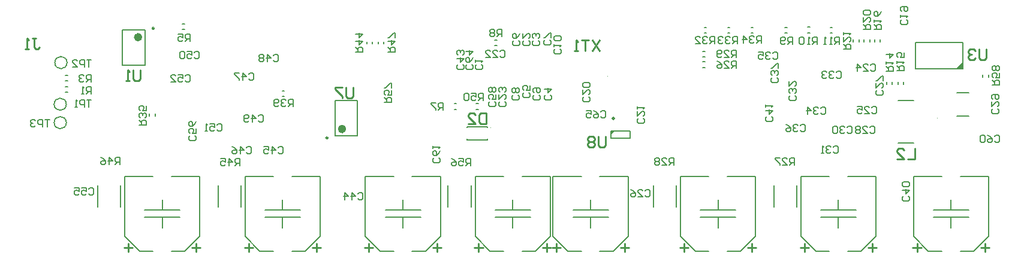
<source format=gbr>
%TF.GenerationSoftware,Altium Limited,Altium Designer,18.1.7 (191)*%
G04 Layer_Color=32896*
%FSLAX25Y25*%
%MOIN*%
%TF.FileFunction,Legend,Bot*%
%TF.Part,Single*%
G01*
G75*
%TA.AperFunction,NonConductor*%
%ADD71C,0.00394*%
%ADD72C,0.00984*%
%ADD73C,0.02362*%
%ADD74C,0.00500*%
%ADD75C,0.00787*%
%ADD76C,0.01000*%
%ADD77C,0.00600*%
%ADD78C,0.01968*%
%ADD79C,0.00598*%
%ADD80C,0.00591*%
G36*
X334043Y120898D02*
Y118689D01*
X336252Y120898D01*
X334043D01*
D02*
G37*
G36*
X529724Y155709D02*
Y159646D01*
X525787Y155709D01*
X529724D01*
D02*
G37*
D71*
X515503Y128102D02*
G03*
X515503Y128102I-197J0D01*
G01*
X267323Y122835D02*
G03*
X267323Y122835I-197J0D01*
G01*
X332283Y151378D02*
G03*
X332283Y151378I-197J0D01*
G01*
D72*
X176772Y117106D02*
G03*
X176772Y117106I-492J0D01*
G01*
X80118Y178169D02*
G03*
X80118Y178169I-492J0D01*
G01*
D73*
X185827Y122047D02*
G03*
X185827Y122047I-1181J0D01*
G01*
X72441Y173228D02*
G03*
X72441Y173228I-1181J0D01*
G01*
D74*
X31353Y135827D02*
G03*
X31353Y135827I-3400J0D01*
G01*
X31747Y159055D02*
G03*
X31747Y159055I-3400J0D01*
G01*
X31353Y125591D02*
G03*
X31353Y125591I-3400J0D01*
G01*
X334043Y116898D02*
Y120898D01*
Y116898D02*
X344673Y116898D01*
Y120898D01*
X334043Y120898D02*
X344673Y120898D01*
X385227Y165380D02*
X386427D01*
X385227Y162180D02*
X386427D01*
X385227Y159474D02*
X386427D01*
X385227Y156274D02*
X386427D01*
X198400Y169479D02*
Y170679D01*
X201600Y169479D02*
Y170679D01*
X204699Y169479D02*
Y170679D01*
X207899Y169479D02*
Y170679D01*
X80734Y129321D02*
Y130521D01*
X77534Y129321D02*
Y130521D01*
X496875Y147038D02*
Y148238D01*
X493676Y147038D02*
Y148238D01*
X490576Y147038D02*
Y148238D01*
X487376Y147038D02*
Y148238D01*
X483883Y170660D02*
Y171860D01*
X480683Y170660D02*
Y171860D01*
X474778Y170660D02*
Y171860D01*
X477978Y170660D02*
Y171860D01*
X468872Y170660D02*
Y171860D01*
X472072Y170660D02*
Y171860D01*
X456093Y175565D02*
X457293D01*
X456093Y178765D02*
X457293D01*
X443495Y175654D02*
X444695D01*
X443495Y178853D02*
X444695D01*
X430896Y175565D02*
X432096D01*
X430896Y178765D02*
X432096D01*
X411998Y178765D02*
X413198D01*
X411998Y175566D02*
X413198D01*
X399006Y178765D02*
X400206D01*
X399006Y175565D02*
X400206D01*
X386014Y178765D02*
X387214D01*
X386014Y175566D02*
X387214D01*
X269479Y171679D02*
X270679D01*
X269479Y168479D02*
X270679D01*
X259243Y136246D02*
X260443D01*
X259243Y133045D02*
X260443D01*
X247038Y136246D02*
X248238D01*
X247038Y133046D02*
X248238D01*
X151368Y140132D02*
X152568D01*
X151368Y143332D02*
X152568D01*
X30896Y145694D02*
X32096D01*
X30896Y142494D02*
X32096D01*
X30896Y151994D02*
X32096D01*
X30896Y148794D02*
X32096D01*
X95857Y180734D02*
X97057D01*
X95857Y177534D02*
X97057D01*
X544120Y150975D02*
Y152175D01*
X540920Y150975D02*
Y152175D01*
D75*
X526575Y129331D02*
X533268D01*
X526575Y142323D02*
X533268D01*
X503346Y155709D02*
X529724D01*
X503346D02*
Y170276D01*
X529724D01*
Y155709D02*
Y170276D01*
X437500Y78740D02*
Y90551D01*
X424705Y78740D02*
Y90551D01*
X370571Y78740D02*
Y90551D01*
X357775Y78740D02*
Y90551D01*
X256398Y78740D02*
Y90551D01*
X243602Y78740D02*
Y90551D01*
X254134Y115945D02*
Y116535D01*
X265551Y115945D02*
Y116535D01*
X254134Y122835D02*
Y123425D01*
X265551Y122835D02*
Y123425D01*
X254134Y115945D02*
X265551D01*
X254134Y123425D02*
X265551D01*
X180709Y118110D02*
Y137795D01*
X193307Y118110D02*
Y137795D01*
X180709Y118110D02*
X193307D01*
X180709Y137795D02*
X193307D01*
X128445Y78740D02*
Y90551D01*
X115649Y78740D02*
Y90551D01*
X493701Y114134D02*
X502362D01*
X493701Y137835D02*
X502362D01*
X61516Y78740D02*
Y90551D01*
X48720Y78740D02*
Y90551D01*
X62598Y157480D02*
X75197D01*
Y177165D01*
X62598Y157480D02*
Y177165D01*
X75197D01*
D76*
X410236Y55905D02*
X414960D01*
X412598Y53543D02*
Y58268D01*
X374803Y53543D02*
Y58268D01*
X372441Y55905D02*
X377165D01*
X168110D02*
X172835D01*
X170472Y53543D02*
Y58268D01*
X132677Y53543D02*
Y58268D01*
X130315Y55905D02*
X135039D01*
X539764Y55906D02*
X544488D01*
X542126Y53543D02*
Y58268D01*
X504331Y53543D02*
Y58268D01*
X501968Y55906D02*
X506693D01*
X296063Y55905D02*
X300787D01*
X298425Y53543D02*
Y58268D01*
X260630Y53543D02*
Y58268D01*
X258268Y55905D02*
X262992D01*
X339370D02*
X344094D01*
X341732Y53543D02*
Y58268D01*
X303937Y53543D02*
Y58268D01*
X301575Y55905D02*
X306299D01*
X477165D02*
X481890D01*
X479528Y53543D02*
Y58268D01*
X441732Y53543D02*
Y58268D01*
X439370Y55905D02*
X444095D01*
X235039D02*
X239764D01*
X237401Y53543D02*
Y58268D01*
X199606Y53543D02*
Y58268D01*
X197244Y55905D02*
X201968D01*
X101181D02*
X105905D01*
X103543Y53543D02*
Y58268D01*
X65748Y53543D02*
Y58268D01*
X63386Y55905D02*
X68110D01*
X331102Y117809D02*
Y112811D01*
X330103Y111811D01*
X328103D01*
X327104Y112811D01*
Y117809D01*
X325104Y116809D02*
X324105Y117809D01*
X322105D01*
X321106Y116809D01*
Y115810D01*
X322105Y114810D01*
X321106Y113810D01*
Y112811D01*
X322105Y111811D01*
X324105D01*
X325104Y112811D01*
Y113810D01*
X324105Y114810D01*
X325104Y115810D01*
Y116809D01*
X324105Y114810D02*
X322105D01*
X72441Y154817D02*
Y149819D01*
X71441Y148819D01*
X69442D01*
X68442Y149819D01*
Y154817D01*
X66443Y148819D02*
X64443D01*
X65443D01*
Y154817D01*
X66443Y153817D01*
X327953Y171746D02*
X323954Y165748D01*
Y171746D02*
X327953Y165748D01*
X321955Y171746D02*
X317956D01*
X319955D01*
Y165748D01*
X315957D02*
X313957D01*
X314957D01*
Y171746D01*
X315957Y170746D01*
X190945Y145368D02*
Y140370D01*
X189945Y139370D01*
X187946D01*
X186946Y140370D01*
Y145368D01*
X184947D02*
X180948D01*
Y144369D01*
X184947Y140370D01*
Y139370D01*
X542913Y166628D02*
Y161630D01*
X541914Y160630D01*
X539914D01*
X538915Y161630D01*
Y166628D01*
X536915Y165628D02*
X535916Y166628D01*
X533916D01*
X532917Y165628D01*
Y164629D01*
X533916Y163629D01*
X534916D01*
X533916D01*
X532917Y162629D01*
Y161630D01*
X533916Y160630D01*
X535916D01*
X536915Y161630D01*
X503150Y111116D02*
Y105118D01*
X499151D01*
X493153D02*
X497152D01*
X493153Y109117D01*
Y110117D01*
X494152Y111116D01*
X496152D01*
X497152Y110117D01*
X12537Y172534D02*
X14536D01*
X13536D01*
Y167535D01*
X14536Y166535D01*
X15536D01*
X16535Y167535D01*
X10537Y166535D02*
X8538D01*
X9538D01*
Y172534D01*
X10537Y171534D01*
X264961Y130882D02*
Y124883D01*
X261962D01*
X260962Y125883D01*
Y129882D01*
X261962Y130882D01*
X264961D01*
X254964Y124883D02*
X258963D01*
X254964Y128882D01*
Y129882D01*
X255963Y130882D01*
X257963D01*
X258963Y129882D01*
D77*
X372834Y62205D02*
X381102Y53937D01*
X372834Y62205D02*
Y95669D01*
X406299Y53937D02*
X414567Y62205D01*
Y95669D01*
X372834D02*
X388582D01*
X381102Y53937D02*
X388582D01*
X398819Y95669D02*
X414567D01*
X398819Y53937D02*
X406299D01*
X383858Y76772D02*
X403543D01*
X383858Y72835D02*
X403543D01*
X393701Y66929D02*
Y72835D01*
Y76772D02*
Y82677D01*
X130709Y62205D02*
X138976Y53937D01*
X130709Y62205D02*
Y95669D01*
X164173Y53937D02*
X172441Y62205D01*
Y95669D01*
X130709D02*
X146457D01*
X138976Y53937D02*
X146457D01*
X156693Y95669D02*
X172441D01*
X156693Y53937D02*
X164173D01*
X141732Y76772D02*
X161417D01*
X141732Y72835D02*
X161417D01*
X151575Y66929D02*
Y72835D01*
Y76772D02*
Y82677D01*
X502362Y62205D02*
X510630Y53937D01*
X502362Y62205D02*
Y95669D01*
X535827Y53937D02*
X544095Y62205D01*
Y95669D01*
X502362D02*
X518110D01*
X510630Y53937D02*
X518110D01*
X528346Y95669D02*
X544095D01*
X528346Y53937D02*
X535827D01*
X513386Y76772D02*
X533071D01*
X513386Y72835D02*
X533071D01*
X523228Y66929D02*
Y72835D01*
Y76772D02*
Y82677D01*
X258661Y62205D02*
X266929Y53937D01*
X258661Y62205D02*
Y95669D01*
X292126Y53937D02*
X300394Y62205D01*
Y95669D01*
X258661D02*
X274409D01*
X266929Y53937D02*
X274409D01*
X284646Y95669D02*
X300394D01*
X284646Y53937D02*
X292126D01*
X269685Y76772D02*
X289370D01*
X269685Y72835D02*
X289370D01*
X279527Y66929D02*
Y72835D01*
Y76772D02*
Y82677D01*
X301969Y62205D02*
X310236Y53937D01*
X301969Y62205D02*
Y95669D01*
X335433Y53937D02*
X343701Y62205D01*
Y95669D01*
X301969D02*
X317717D01*
X310236Y53937D02*
X317717D01*
X327953Y95669D02*
X343701D01*
X327953Y53937D02*
X335433D01*
X312992Y76772D02*
X332677D01*
X312992Y72835D02*
X332677D01*
X322834Y66929D02*
Y72835D01*
Y76772D02*
Y82677D01*
X439764Y62205D02*
X448032Y53937D01*
X439764Y62205D02*
Y95669D01*
X473228Y53937D02*
X481496Y62205D01*
Y95669D01*
X439764D02*
X455512D01*
X448032Y53937D02*
X455512D01*
X465748Y95669D02*
X481496D01*
X465748Y53937D02*
X473228D01*
X450787Y76772D02*
X470472D01*
X450787Y72835D02*
X470472D01*
X460630Y66929D02*
Y72835D01*
Y76772D02*
Y82677D01*
X197638Y62205D02*
X205905Y53937D01*
X197638Y62205D02*
Y95669D01*
X231102Y53937D02*
X239370Y62205D01*
Y95669D01*
X197638D02*
X213386D01*
X205905Y53937D02*
X213386D01*
X223622Y95669D02*
X239370D01*
X223622Y53937D02*
X231102D01*
X208661Y76772D02*
X228346D01*
X208661Y72835D02*
X228346D01*
X218504Y66929D02*
Y72835D01*
Y76772D02*
Y82677D01*
X63779Y62205D02*
X72047Y53937D01*
X63779Y62205D02*
Y95669D01*
X97244Y53937D02*
X105512Y62205D01*
Y95669D01*
X63779D02*
X79527D01*
X72047Y53937D02*
X79527D01*
X89764Y95669D02*
X105512D01*
X89764Y53937D02*
X97244D01*
X74803Y76772D02*
X94488D01*
X74803Y72835D02*
X94488D01*
X84645Y66929D02*
Y72835D01*
Y76772D02*
Y82677D01*
X547334Y117899D02*
X548001Y118566D01*
X549334D01*
X550000Y117899D01*
Y115233D01*
X549334Y114567D01*
X548001D01*
X547334Y115233D01*
X543335Y118566D02*
X544668Y117899D01*
X546001Y116566D01*
Y115233D01*
X545335Y114567D01*
X544002D01*
X543335Y115233D01*
Y115900D01*
X544002Y116566D01*
X546001D01*
X542003Y117899D02*
X541336Y118566D01*
X540003D01*
X539337Y117899D01*
Y115233D01*
X540003Y114567D01*
X541336D01*
X542003Y115233D01*
Y117899D01*
X498608Y182981D02*
X499274Y182314D01*
Y180981D01*
X498608Y180315D01*
X495942D01*
X495276Y180981D01*
Y182314D01*
X495942Y182981D01*
X495276Y184314D02*
Y185647D01*
Y184980D01*
X499274D01*
X498608Y184314D01*
X495942Y187646D02*
X495276Y188312D01*
Y189645D01*
X495942Y190312D01*
X498608D01*
X499274Y189645D01*
Y188312D01*
X498608Y187646D01*
X497941D01*
X497275Y188312D01*
Y190312D01*
X328437Y131679D02*
X329103Y132345D01*
X330436D01*
X331102Y131679D01*
Y129013D01*
X330436Y128347D01*
X329103D01*
X328437Y129013D01*
X324438Y132345D02*
X325771Y131679D01*
X327104Y130346D01*
Y129013D01*
X326437Y128347D01*
X325104D01*
X324438Y129013D01*
Y129679D01*
X325104Y130346D01*
X327104D01*
X320439Y132345D02*
X323105D01*
Y130346D01*
X321772Y131012D01*
X321106D01*
X320439Y130346D01*
Y129013D01*
X321106Y128347D01*
X322439D01*
X323105Y129013D01*
X256299Y101575D02*
Y105573D01*
X254300D01*
X253633Y104907D01*
Y103574D01*
X254300Y102908D01*
X256299D01*
X254966D02*
X253633Y101575D01*
X249635Y105573D02*
X252301D01*
Y103574D01*
X250968Y104241D01*
X250301D01*
X249635Y103574D01*
Y102241D01*
X250301Y101575D01*
X251634D01*
X252301Y102241D01*
X245636Y105573D02*
X246969Y104907D01*
X248302Y103574D01*
Y102241D01*
X247635Y101575D01*
X246302D01*
X245636Y102241D01*
Y102908D01*
X246302Y103574D01*
X248302D01*
X262992Y137795D02*
Y141794D01*
X260993D01*
X260326Y141128D01*
Y139795D01*
X260993Y139128D01*
X262992D01*
X261659D02*
X260326Y137795D01*
X256328Y141794D02*
X258993D01*
Y139795D01*
X257661Y140461D01*
X256994D01*
X256328Y139795D01*
Y138462D01*
X256994Y137795D01*
X258327D01*
X258993Y138462D01*
X254995Y141128D02*
X254328Y141794D01*
X252995D01*
X252329Y141128D01*
Y138462D01*
X252995Y137795D01*
X254328D01*
X254995Y138462D01*
Y141128D01*
X369291Y101969D02*
Y105967D01*
X367292D01*
X366625Y105301D01*
Y103968D01*
X367292Y103301D01*
X369291D01*
X367958D02*
X366625Y101969D01*
X362627D02*
X365293D01*
X362627Y104634D01*
Y105301D01*
X363293Y105967D01*
X364626D01*
X365293Y105301D01*
X361294D02*
X360628Y105967D01*
X359295D01*
X358628Y105301D01*
Y104634D01*
X359295Y103968D01*
X358628Y103301D01*
Y102635D01*
X359295Y101969D01*
X360628D01*
X361294Y102635D01*
Y103301D01*
X360628Y103968D01*
X361294Y104634D01*
Y105301D01*
X360628Y103968D02*
X359295D01*
X436221Y101969D02*
Y105967D01*
X434221D01*
X433555Y105301D01*
Y103968D01*
X434221Y103301D01*
X436221D01*
X434888D02*
X433555Y101969D01*
X429556D02*
X432222D01*
X429556Y104634D01*
Y105301D01*
X430222Y105967D01*
X431555D01*
X432222Y105301D01*
X428223Y105967D02*
X425557D01*
Y105301D01*
X428223Y102635D01*
Y101969D01*
X463386Y166535D02*
X467384D01*
Y168535D01*
X466718Y169201D01*
X465385D01*
X464719Y168535D01*
Y166535D01*
Y167868D02*
X463386Y169201D01*
Y173200D02*
Y170534D01*
X466052Y173200D01*
X466718D01*
X467384Y172534D01*
Y171201D01*
X466718Y170534D01*
X463386Y174533D02*
Y175866D01*
Y175199D01*
X467384D01*
X466718Y174533D01*
X474409Y177559D02*
X478408D01*
Y179558D01*
X477742Y180225D01*
X476409D01*
X475742Y179558D01*
Y177559D01*
Y178892D02*
X474409Y180225D01*
Y184224D02*
Y181558D01*
X477075Y184224D01*
X477742D01*
X478408Y183557D01*
Y182224D01*
X477742Y181558D01*
Y185556D02*
X478408Y186223D01*
Y187556D01*
X477742Y188222D01*
X475076D01*
X474409Y187556D01*
Y186223D01*
X475076Y185556D01*
X477742D01*
X480315Y177559D02*
X484314D01*
Y179558D01*
X483647Y180225D01*
X482314D01*
X481648Y179558D01*
Y177559D01*
Y178892D02*
X480315Y180225D01*
Y181558D02*
Y182891D01*
Y182224D01*
X484314D01*
X483647Y181558D01*
X484314Y187556D02*
X483647Y186223D01*
X482314Y184890D01*
X480981D01*
X480315Y185556D01*
Y186889D01*
X480981Y187556D01*
X481648D01*
X482314Y186889D01*
Y184890D01*
X493307Y154724D02*
X497306D01*
Y156724D01*
X496639Y157390D01*
X495306D01*
X494640Y156724D01*
Y154724D01*
Y156057D02*
X493307Y157390D01*
Y158723D02*
Y160056D01*
Y159390D01*
X497306D01*
X496639Y158723D01*
X497306Y164721D02*
Y162055D01*
X495306D01*
X495973Y163388D01*
Y164055D01*
X495306Y164721D01*
X493973D01*
X493307Y164055D01*
Y162722D01*
X493973Y162055D01*
X487008Y154331D02*
X491007D01*
Y156330D01*
X490340Y156997D01*
X489007D01*
X488341Y156330D01*
Y154331D01*
Y155664D02*
X487008Y156997D01*
Y158329D02*
Y159662D01*
Y158996D01*
X491007D01*
X490340Y158329D01*
X487008Y163661D02*
X491007D01*
X489007Y161662D01*
Y164328D01*
X461024Y169291D02*
Y173290D01*
X459024D01*
X458358Y172624D01*
Y171291D01*
X459024Y170624D01*
X461024D01*
X459691D02*
X458358Y169291D01*
X457025D02*
X455692D01*
X456359D01*
Y173290D01*
X457025Y172624D01*
X453693Y169291D02*
X452360D01*
X453026D01*
Y173290D01*
X453693Y172624D01*
X448819Y169379D02*
Y173378D01*
X446820D01*
X446153Y172712D01*
Y171379D01*
X446820Y170712D01*
X448819D01*
X447486D02*
X446153Y169379D01*
X444820D02*
X443487D01*
X444154D01*
Y173378D01*
X444820Y172712D01*
X441488D02*
X440822Y173378D01*
X439489D01*
X438822Y172712D01*
Y170046D01*
X439489Y169379D01*
X440822D01*
X441488Y170046D01*
Y172712D01*
X435039Y169291D02*
Y173290D01*
X433040D01*
X432374Y172624D01*
Y171291D01*
X433040Y170624D01*
X435039D01*
X433707D02*
X432374Y169291D01*
X431041Y169958D02*
X430374Y169291D01*
X429041D01*
X428375Y169958D01*
Y172624D01*
X429041Y173290D01*
X430374D01*
X431041Y172624D01*
Y171957D01*
X430374Y171291D01*
X428375D01*
X273622Y173622D02*
Y177621D01*
X271623D01*
X270956Y176954D01*
Y175621D01*
X271623Y174955D01*
X273622D01*
X272289D02*
X270956Y173622D01*
X269623Y176954D02*
X268957Y177621D01*
X267624D01*
X266957Y176954D01*
Y176288D01*
X267624Y175621D01*
X266957Y174955D01*
Y174288D01*
X267624Y173622D01*
X268957D01*
X269623Y174288D01*
Y174955D01*
X268957Y175621D01*
X269623Y176288D01*
Y176954D01*
X268957Y175621D02*
X267624D01*
X240945Y132677D02*
Y136676D01*
X238946D01*
X238279Y136009D01*
Y134677D01*
X238946Y134010D01*
X240945D01*
X239612D02*
X238279Y132677D01*
X236946Y136676D02*
X234280D01*
Y136009D01*
X236946Y133344D01*
Y132677D01*
X100000Y170866D02*
Y174865D01*
X98001D01*
X97334Y174198D01*
Y172865D01*
X98001Y172199D01*
X100000D01*
X98667D02*
X97334Y170866D01*
X93335Y174865D02*
X96001D01*
Y172865D01*
X94668Y173532D01*
X94002D01*
X93335Y172865D01*
Y171533D01*
X94002Y170866D01*
X95335D01*
X96001Y171533D01*
X45276Y148425D02*
Y152424D01*
X43276D01*
X42610Y151758D01*
Y150425D01*
X43276Y149758D01*
X45276D01*
X43943D02*
X42610Y148425D01*
X41277Y151758D02*
X40610Y152424D01*
X39277D01*
X38611Y151758D01*
Y151091D01*
X39277Y150425D01*
X39944D01*
X39277D01*
X38611Y149758D01*
Y149092D01*
X39277Y148425D01*
X40610D01*
X41277Y149092D01*
X45276Y141732D02*
Y145731D01*
X43276D01*
X42610Y145064D01*
Y143732D01*
X43276Y143065D01*
X45276D01*
X43943D02*
X42610Y141732D01*
X41277D02*
X39944D01*
X40610D01*
Y145731D01*
X41277Y145064D01*
X238372Y105815D02*
X239038Y105149D01*
Y103816D01*
X238372Y103150D01*
X235706D01*
X235039Y103816D01*
Y105149D01*
X235706Y105815D01*
X239038Y109814D02*
X238372Y108481D01*
X237039Y107148D01*
X235706D01*
X235039Y107815D01*
Y109148D01*
X235706Y109814D01*
X236372D01*
X237039Y109148D01*
Y107148D01*
X235039Y111147D02*
Y112480D01*
Y111813D01*
X239038D01*
X238372Y111147D01*
X269474Y137311D02*
X270140Y136645D01*
Y135312D01*
X269474Y134646D01*
X266808D01*
X266142Y135312D01*
Y136645D01*
X266808Y137311D01*
X270140Y141310D02*
Y138644D01*
X268141D01*
X268808Y139977D01*
Y140644D01*
X268141Y141310D01*
X266808D01*
X266142Y140644D01*
Y139311D01*
X266808Y138644D01*
X269474Y142643D02*
X270140Y143309D01*
Y144642D01*
X269474Y145309D01*
X268808D01*
X268141Y144642D01*
X267475Y145309D01*
X266808D01*
X266142Y144642D01*
Y143309D01*
X266808Y142643D01*
X267475D01*
X268141Y143309D01*
X268808Y142643D01*
X269474D01*
X268141Y143309D02*
Y144642D01*
X423411Y129044D02*
X424078Y128377D01*
Y127044D01*
X423411Y126378D01*
X420745D01*
X420079Y127044D01*
Y128377D01*
X420745Y129044D01*
X420079Y132376D02*
X424078D01*
X422078Y130377D01*
Y133043D01*
X420079Y134375D02*
Y135708D01*
Y135042D01*
X424078D01*
X423411Y134375D01*
X499395Y84556D02*
X500062Y83889D01*
Y82556D01*
X499395Y81890D01*
X496729D01*
X496063Y82556D01*
Y83889D01*
X496729Y84556D01*
X496063Y87888D02*
X500062D01*
X498062Y85888D01*
Y88554D01*
X499395Y89887D02*
X500062Y90554D01*
Y91887D01*
X499395Y92553D01*
X496729D01*
X496063Y91887D01*
Y90554D01*
X496729Y89887D01*
X499395D01*
X426561Y150697D02*
X427227Y150031D01*
Y148698D01*
X426561Y148031D01*
X423895D01*
X423228Y148698D01*
Y150031D01*
X423895Y150697D01*
X426561Y152030D02*
X427227Y152697D01*
Y154030D01*
X426561Y154696D01*
X425894D01*
X425228Y154030D01*
Y153363D01*
Y154030D01*
X424561Y154696D01*
X423895D01*
X423228Y154030D01*
Y152697D01*
X423895Y152030D01*
X427227Y156029D02*
Y158695D01*
X426561D01*
X423895Y156029D01*
X423228D01*
X439460Y123805D02*
X440127Y124471D01*
X441460D01*
X442126Y123805D01*
Y121139D01*
X441460Y120472D01*
X440127D01*
X439460Y121139D01*
X438127Y123805D02*
X437461Y124471D01*
X436128D01*
X435462Y123805D01*
Y123138D01*
X436128Y122472D01*
X436794D01*
X436128D01*
X435462Y121805D01*
Y121139D01*
X436128Y120472D01*
X437461D01*
X438127Y121139D01*
X431463Y124471D02*
X432796Y123805D01*
X434129Y122472D01*
Y121139D01*
X433462Y120472D01*
X432129D01*
X431463Y121139D01*
Y121805D01*
X432129Y122472D01*
X434129D01*
X424106Y164356D02*
X424772Y165022D01*
X426105D01*
X426772Y164356D01*
Y161690D01*
X426105Y161024D01*
X424772D01*
X424106Y161690D01*
X422773Y164356D02*
X422107Y165022D01*
X420774D01*
X420107Y164356D01*
Y163689D01*
X420774Y163023D01*
X421440D01*
X420774D01*
X420107Y162356D01*
Y161690D01*
X420774Y161024D01*
X422107D01*
X422773Y161690D01*
X416108Y165022D02*
X418774D01*
Y163023D01*
X417441Y163689D01*
X416775D01*
X416108Y163023D01*
Y161690D01*
X416775Y161024D01*
X418108D01*
X418774Y161690D01*
X450878Y133647D02*
X451544Y134314D01*
X452877D01*
X453543Y133647D01*
Y130981D01*
X452877Y130315D01*
X451544D01*
X450878Y130981D01*
X449545Y133647D02*
X448878Y134314D01*
X447545D01*
X446879Y133647D01*
Y132981D01*
X447545Y132314D01*
X448212D01*
X447545D01*
X446879Y131648D01*
Y130981D01*
X447545Y130315D01*
X448878D01*
X449545Y130981D01*
X443546Y130315D02*
Y134314D01*
X445546Y132314D01*
X442880D01*
X459539Y153726D02*
X460205Y154392D01*
X461538D01*
X462205Y153726D01*
Y151060D01*
X461538Y150394D01*
X460205D01*
X459539Y151060D01*
X458206Y153726D02*
X457540Y154392D01*
X456207D01*
X455540Y153726D01*
Y153059D01*
X456207Y152393D01*
X456873D01*
X456207D01*
X455540Y151727D01*
Y151060D01*
X456207Y150394D01*
X457540D01*
X458206Y151060D01*
X454207Y153726D02*
X453541Y154392D01*
X452208D01*
X451542Y153726D01*
Y153059D01*
X452208Y152393D01*
X452874D01*
X452208D01*
X451542Y151727D01*
Y151060D01*
X452208Y150394D01*
X453541D01*
X454207Y151060D01*
X436403Y140497D02*
X437070Y139830D01*
Y138497D01*
X436403Y137831D01*
X433737D01*
X433071Y138497D01*
Y139830D01*
X433737Y140497D01*
X436403Y141830D02*
X437070Y142496D01*
Y143829D01*
X436403Y144495D01*
X435737D01*
X435070Y143829D01*
Y143162D01*
Y143829D01*
X434404Y144495D01*
X433737D01*
X433071Y143829D01*
Y142496D01*
X433737Y141830D01*
X433071Y148494D02*
Y145828D01*
X435737Y148494D01*
X436403D01*
X437070Y147827D01*
Y146495D01*
X436403Y145828D01*
X457964Y111994D02*
X458631Y112660D01*
X459964D01*
X460630Y111994D01*
Y109328D01*
X459964Y108661D01*
X458631D01*
X457964Y109328D01*
X456631Y111994D02*
X455965Y112660D01*
X454632D01*
X453965Y111994D01*
Y111327D01*
X454632Y110661D01*
X455298D01*
X454632D01*
X453965Y109994D01*
Y109328D01*
X454632Y108661D01*
X455965D01*
X456631Y109328D01*
X452633Y108661D02*
X451300D01*
X451966D01*
Y112660D01*
X452633Y111994D01*
X465444Y123017D02*
X466111Y123684D01*
X467444D01*
X468110Y123017D01*
Y120352D01*
X467444Y119685D01*
X466111D01*
X465444Y120352D01*
X464112Y123017D02*
X463445Y123684D01*
X462112D01*
X461446Y123017D01*
Y122351D01*
X462112Y121684D01*
X462779D01*
X462112D01*
X461446Y121018D01*
Y120352D01*
X462112Y119685D01*
X463445D01*
X464112Y120352D01*
X460113Y123017D02*
X459446Y123684D01*
X458113D01*
X457447Y123017D01*
Y120352D01*
X458113Y119685D01*
X459446D01*
X460113Y120352D01*
Y123017D01*
X549002Y133375D02*
X549668Y132708D01*
Y131375D01*
X549002Y130709D01*
X546336D01*
X545669Y131375D01*
Y132708D01*
X546336Y133375D01*
X545669Y137373D02*
Y134707D01*
X548335Y137373D01*
X549002D01*
X549668Y136707D01*
Y135374D01*
X549002Y134707D01*
X546336Y138706D02*
X545669Y139373D01*
Y140705D01*
X546336Y141372D01*
X549002D01*
X549668Y140705D01*
Y139373D01*
X549002Y138706D01*
X548335D01*
X547669Y139373D01*
Y141372D01*
X478043Y123017D02*
X478709Y123684D01*
X480042D01*
X480709Y123017D01*
Y120352D01*
X480042Y119685D01*
X478709D01*
X478043Y120352D01*
X474044Y119685D02*
X476710D01*
X474044Y122351D01*
Y123017D01*
X474711Y123684D01*
X476044D01*
X476710Y123017D01*
X472711D02*
X472045Y123684D01*
X470712D01*
X470045Y123017D01*
Y122351D01*
X470712Y121684D01*
X470045Y121018D01*
Y120352D01*
X470712Y119685D01*
X472045D01*
X472711Y120352D01*
Y121018D01*
X472045Y121684D01*
X472711Y122351D01*
Y123017D01*
X472045Y121684D02*
X470712D01*
X484828Y143611D02*
X485495Y142944D01*
Y141611D01*
X484828Y140945D01*
X482163D01*
X481496Y141611D01*
Y142944D01*
X482163Y143611D01*
X481496Y147609D02*
Y144944D01*
X484162Y147609D01*
X484828D01*
X485495Y146943D01*
Y145610D01*
X484828Y144944D01*
X485495Y148942D02*
Y151608D01*
X484828D01*
X482163Y148942D01*
X481496D01*
X353240Y87584D02*
X353906Y88251D01*
X355239D01*
X355906Y87584D01*
Y84918D01*
X355239Y84252D01*
X353906D01*
X353240Y84918D01*
X349241Y84252D02*
X351907D01*
X349241Y86918D01*
Y87584D01*
X349907Y88251D01*
X351240D01*
X351907Y87584D01*
X345242Y88251D02*
X346575Y87584D01*
X347908Y86251D01*
Y84918D01*
X347242Y84252D01*
X345909D01*
X345242Y84918D01*
Y85585D01*
X345909Y86251D01*
X347908D01*
X479224Y134041D02*
X479890Y134707D01*
X481223D01*
X481890Y134041D01*
Y131375D01*
X481223Y130709D01*
X479890D01*
X479224Y131375D01*
X475225Y130709D02*
X477891D01*
X475225Y133375D01*
Y134041D01*
X475892Y134707D01*
X477225D01*
X477891Y134041D01*
X471227Y134707D02*
X473892D01*
Y132708D01*
X472559Y133375D01*
X471893D01*
X471227Y132708D01*
Y131375D01*
X471893Y130709D01*
X473226D01*
X473892Y131375D01*
X478633Y157663D02*
X479300Y158329D01*
X480633D01*
X481299Y157663D01*
Y154997D01*
X480633Y154331D01*
X479300D01*
X478633Y154997D01*
X474635Y154331D02*
X477300D01*
X474635Y156997D01*
Y157663D01*
X475301Y158329D01*
X476634D01*
X477300Y157663D01*
X471302Y154331D02*
Y158329D01*
X473302Y156330D01*
X470636D01*
X274986Y137311D02*
X275652Y136645D01*
Y135312D01*
X274986Y134646D01*
X272320D01*
X271654Y135312D01*
Y136645D01*
X272320Y137311D01*
X271654Y141310D02*
Y138644D01*
X274319Y141310D01*
X274986D01*
X275652Y140644D01*
Y139311D01*
X274986Y138644D01*
Y142643D02*
X275652Y143309D01*
Y144642D01*
X274986Y145309D01*
X274319D01*
X273653Y144642D01*
Y143976D01*
Y144642D01*
X272986Y145309D01*
X272320D01*
X271654Y144642D01*
Y143309D01*
X272320Y142643D01*
X272531Y165143D02*
X273198Y165810D01*
X274530D01*
X275197Y165143D01*
Y162478D01*
X274530Y161811D01*
X273198D01*
X272531Y162478D01*
X268532Y161811D02*
X271198D01*
X268532Y164477D01*
Y165143D01*
X269199Y165810D01*
X270532D01*
X271198Y165143D01*
X264534Y161811D02*
X267199D01*
X264534Y164477D01*
Y165143D01*
X265200Y165810D01*
X266533D01*
X267199Y165143D01*
X352151Y127863D02*
X352818Y127196D01*
Y125863D01*
X352151Y125197D01*
X349485D01*
X348819Y125863D01*
Y127196D01*
X349485Y127863D01*
X348819Y131861D02*
Y129196D01*
X351485Y131861D01*
X352151D01*
X352818Y131195D01*
Y129862D01*
X352151Y129196D01*
X348819Y133194D02*
Y134527D01*
Y133861D01*
X352818D01*
X352151Y133194D01*
X321836Y140067D02*
X322503Y139401D01*
Y138068D01*
X321836Y137402D01*
X319170D01*
X318504Y138068D01*
Y139401D01*
X319170Y140067D01*
X318504Y144066D02*
Y141400D01*
X321170Y144066D01*
X321836D01*
X322503Y143400D01*
Y142067D01*
X321836Y141400D01*
Y145399D02*
X322503Y146065D01*
Y147398D01*
X321836Y148065D01*
X319170D01*
X318504Y147398D01*
Y146065D01*
X319170Y145399D01*
X321836D01*
X305695Y166445D02*
X306361Y165779D01*
Y164446D01*
X305695Y163779D01*
X303029D01*
X302362Y164446D01*
Y165779D01*
X303029Y166445D01*
X302362Y167778D02*
Y169111D01*
Y168445D01*
X306361D01*
X305695Y167778D01*
Y171110D02*
X306361Y171777D01*
Y173110D01*
X305695Y173776D01*
X303029D01*
X302362Y173110D01*
Y171777D01*
X303029Y171110D01*
X305695D01*
X294277Y140855D02*
X294944Y140188D01*
Y138855D01*
X294277Y138189D01*
X291611D01*
X290945Y138855D01*
Y140188D01*
X291611Y140855D01*
Y142188D02*
X290945Y142854D01*
Y144187D01*
X291611Y144853D01*
X294277D01*
X294944Y144187D01*
Y142854D01*
X294277Y142188D01*
X293611D01*
X292944Y142854D01*
Y144853D01*
X282466Y140855D02*
X283133Y140188D01*
Y138855D01*
X282466Y138189D01*
X279800D01*
X279134Y138855D01*
Y140188D01*
X279800Y140855D01*
X282466Y142188D02*
X283133Y142854D01*
Y144187D01*
X282466Y144853D01*
X281800D01*
X281133Y144187D01*
X280467Y144853D01*
X279800D01*
X279134Y144187D01*
Y142854D01*
X279800Y142188D01*
X280467D01*
X281133Y142854D01*
X281800Y142188D01*
X282466D01*
X281133Y142854D02*
Y144187D01*
X300183Y171563D02*
X300849Y170897D01*
Y169564D01*
X300183Y168898D01*
X297517D01*
X296850Y169564D01*
Y170897D01*
X297517Y171563D01*
X300849Y172896D02*
Y175562D01*
X300183D01*
X297517Y172896D01*
X296850D01*
X282860Y171170D02*
X283526Y170503D01*
Y169170D01*
X282860Y168504D01*
X280194D01*
X279528Y169170D01*
Y170503D01*
X280194Y171170D01*
X283526Y175169D02*
X282860Y173836D01*
X281527Y172503D01*
X280194D01*
X279528Y173169D01*
Y174502D01*
X280194Y175169D01*
X280860D01*
X281527Y174502D01*
Y172503D01*
X288372Y142430D02*
X289038Y141763D01*
Y140430D01*
X288372Y139764D01*
X285706D01*
X285039Y140430D01*
Y141763D01*
X285706Y142430D01*
X289038Y146428D02*
Y143763D01*
X287039D01*
X287705Y145095D01*
Y145762D01*
X287039Y146428D01*
X285706D01*
X285039Y145762D01*
Y144429D01*
X285706Y143763D01*
X300576Y140855D02*
X301243Y140188D01*
Y138855D01*
X300576Y138189D01*
X297910D01*
X297244Y138855D01*
Y140188D01*
X297910Y140855D01*
X297244Y144187D02*
X301243D01*
X299243Y142188D01*
Y144853D01*
X293883Y171170D02*
X294550Y170503D01*
Y169170D01*
X293883Y168504D01*
X291218D01*
X290551Y169170D01*
Y170503D01*
X291218Y171170D01*
X293883Y172503D02*
X294550Y173169D01*
Y174502D01*
X293883Y175169D01*
X293217D01*
X292550Y174502D01*
Y173836D01*
Y174502D01*
X291884Y175169D01*
X291218D01*
X290551Y174502D01*
Y173169D01*
X291218Y172503D01*
X288372Y171170D02*
X289038Y170503D01*
Y169170D01*
X288372Y168504D01*
X285706D01*
X285039Y169170D01*
Y170503D01*
X285706Y171170D01*
X285039Y175169D02*
Y172503D01*
X287705Y175169D01*
X288372D01*
X289038Y174502D01*
Y173169D01*
X288372Y172503D01*
X261994Y157784D02*
X262660Y157117D01*
Y155785D01*
X261994Y155118D01*
X259328D01*
X258661Y155785D01*
Y157117D01*
X259328Y157784D01*
X258661Y159117D02*
Y160450D01*
Y159783D01*
X262660D01*
X261994Y159117D01*
X251758Y157784D02*
X252424Y157117D01*
Y155785D01*
X251758Y155118D01*
X249092D01*
X248425Y155785D01*
Y157117D01*
X249092Y157784D01*
X248425Y161116D02*
X252424D01*
X250425Y159117D01*
Y161783D01*
X251758Y163116D02*
X252424Y163782D01*
Y165115D01*
X251758Y165781D01*
X251091D01*
X250425Y165115D01*
Y164448D01*
Y165115D01*
X249758Y165781D01*
X249092D01*
X248425Y165115D01*
Y163782D01*
X249092Y163116D01*
X43791Y88765D02*
X44457Y89432D01*
X45790D01*
X46457Y88765D01*
Y86099D01*
X45790Y85433D01*
X44457D01*
X43791Y86099D01*
X39792Y89432D02*
X42458D01*
Y87432D01*
X41125Y88099D01*
X40459D01*
X39792Y87432D01*
Y86099D01*
X40459Y85433D01*
X41791D01*
X42458Y86099D01*
X35794Y89432D02*
X38459D01*
Y87432D01*
X37126Y88099D01*
X36460D01*
X35794Y87432D01*
Y86099D01*
X36460Y85433D01*
X37793D01*
X38459Y86099D01*
X149303Y111600D02*
X149969Y112266D01*
X151302D01*
X151969Y111600D01*
Y108934D01*
X151302Y108268D01*
X149969D01*
X149303Y108934D01*
X145970Y108268D02*
Y112266D01*
X147970Y110267D01*
X145304D01*
X141305Y112266D02*
X143971D01*
Y110267D01*
X142638Y110933D01*
X141972D01*
X141305Y110267D01*
Y108934D01*
X141972Y108268D01*
X143305D01*
X143971Y108934D01*
X131586Y111600D02*
X132253Y112266D01*
X133586D01*
X134252Y111600D01*
Y108934D01*
X133586Y108268D01*
X132253D01*
X131586Y108934D01*
X128254Y108268D02*
Y112266D01*
X130253Y110267D01*
X127587D01*
X123589Y112266D02*
X124922Y111600D01*
X126254Y110267D01*
Y108934D01*
X125588Y108268D01*
X124255D01*
X123589Y108934D01*
Y109601D01*
X124255Y110267D01*
X126254D01*
X132767Y152545D02*
X133434Y153211D01*
X134767D01*
X135433Y152545D01*
Y149879D01*
X134767Y149213D01*
X133434D01*
X132767Y149879D01*
X129435Y149213D02*
Y153211D01*
X131434Y151212D01*
X128769D01*
X127436Y153211D02*
X124770D01*
Y152545D01*
X127436Y149879D01*
Y149213D01*
X138279Y129316D02*
X138945Y129983D01*
X140278D01*
X140945Y129316D01*
Y126651D01*
X140278Y125984D01*
X138945D01*
X138279Y126651D01*
X134947Y125984D02*
Y129983D01*
X136946Y127984D01*
X134280D01*
X132948Y126651D02*
X132281Y125984D01*
X130948D01*
X130282Y126651D01*
Y129316D01*
X130948Y129983D01*
X132281D01*
X132948Y129316D01*
Y128650D01*
X132281Y127984D01*
X130282D01*
X102452Y164750D02*
X103119Y165416D01*
X104452D01*
X105118Y164750D01*
Y162084D01*
X104452Y161417D01*
X103119D01*
X102452Y162084D01*
X98454Y165416D02*
X101119D01*
Y163417D01*
X99787Y164083D01*
X99120D01*
X98454Y163417D01*
Y162084D01*
X99120Y161417D01*
X100453D01*
X101119Y162084D01*
X97121Y164750D02*
X96454Y165416D01*
X95121D01*
X94455Y164750D01*
Y162084D01*
X95121Y161417D01*
X96454D01*
X97121Y162084D01*
Y164750D01*
X115051Y124198D02*
X115717Y124865D01*
X117050D01*
X117717Y124198D01*
Y121533D01*
X117050Y120866D01*
X115717D01*
X115051Y121533D01*
X111052Y124865D02*
X113718D01*
Y122865D01*
X112385Y123532D01*
X111718D01*
X111052Y122865D01*
Y121533D01*
X111718Y120866D01*
X113051D01*
X113718Y121533D01*
X109719Y120866D02*
X108386D01*
X109053D01*
Y124865D01*
X109719Y124198D01*
X97334Y151758D02*
X98001Y152424D01*
X99334D01*
X100000Y151758D01*
Y149092D01*
X99334Y148425D01*
X98001D01*
X97334Y149092D01*
X93335Y152424D02*
X96001D01*
Y150425D01*
X94668Y151091D01*
X94002D01*
X93335Y150425D01*
Y149092D01*
X94002Y148425D01*
X95335D01*
X96001Y149092D01*
X89337Y148425D02*
X92003D01*
X89337Y151091D01*
Y151758D01*
X90003Y152424D01*
X91336D01*
X92003Y151758D01*
X193397Y86009D02*
X194064Y86676D01*
X195396D01*
X196063Y86009D01*
Y83344D01*
X195396Y82677D01*
X194064D01*
X193397Y83344D01*
X190065Y82677D02*
Y86676D01*
X192064Y84676D01*
X189399D01*
X186066Y82677D02*
Y86676D01*
X188066Y84676D01*
X185400D01*
X102939Y118414D02*
X103605Y117747D01*
Y116414D01*
X102939Y115748D01*
X100273D01*
X99606Y116414D01*
Y117747D01*
X100273Y118414D01*
X103605Y122413D02*
Y119747D01*
X101606D01*
X102272Y121080D01*
Y121746D01*
X101606Y122413D01*
X100273D01*
X99606Y121746D01*
Y120413D01*
X100273Y119747D01*
X103605Y126411D02*
X102939Y125078D01*
X101606Y123746D01*
X100273D01*
X99606Y124412D01*
Y125745D01*
X100273Y126411D01*
X100939D01*
X101606Y125745D01*
Y123746D01*
X71653Y124409D02*
X75652D01*
Y126409D01*
X74986Y127075D01*
X73653D01*
X72986Y126409D01*
Y124409D01*
Y125742D02*
X71653Y127075D01*
X74986Y128408D02*
X75652Y129075D01*
Y130408D01*
X74986Y131074D01*
X74319D01*
X73653Y130408D01*
Y129741D01*
Y130408D01*
X72986Y131074D01*
X72320D01*
X71653Y130408D01*
Y129075D01*
X72320Y128408D01*
X75652Y135073D02*
Y132407D01*
X73653D01*
X74319Y133740D01*
Y134406D01*
X73653Y135073D01*
X72320D01*
X71653Y134406D01*
Y133073D01*
X72320Y132407D01*
X157480Y134646D02*
Y138644D01*
X155481D01*
X154815Y137978D01*
Y136645D01*
X155481Y135979D01*
X157480D01*
X156147D02*
X154815Y134646D01*
X153482Y137978D02*
X152815Y138644D01*
X151482D01*
X150816Y137978D01*
Y137311D01*
X151482Y136645D01*
X152149D01*
X151482D01*
X150816Y135979D01*
Y135312D01*
X151482Y134646D01*
X152815D01*
X153482Y135312D01*
X149483D02*
X148816Y134646D01*
X147484D01*
X146817Y135312D01*
Y137978D01*
X147484Y138644D01*
X148816D01*
X149483Y137978D01*
Y137311D01*
X148816Y136645D01*
X146817D01*
X127953Y101614D02*
Y105613D01*
X125953D01*
X125287Y104946D01*
Y103614D01*
X125953Y102947D01*
X127953D01*
X126620D02*
X125287Y101614D01*
X121955D02*
Y105613D01*
X123954Y103614D01*
X121288D01*
X117289Y105613D02*
X119955D01*
Y103614D01*
X118622Y104280D01*
X117956D01*
X117289Y103614D01*
Y102281D01*
X117956Y101614D01*
X119289D01*
X119955Y102281D01*
X61024Y102362D02*
Y106361D01*
X59024D01*
X58358Y105694D01*
Y104362D01*
X59024Y103695D01*
X61024D01*
X59691D02*
X58358Y102362D01*
X55026D02*
Y106361D01*
X57025Y104362D01*
X54359D01*
X50360Y106361D02*
X51693Y105694D01*
X53026Y104362D01*
Y103029D01*
X52360Y102362D01*
X51027D01*
X50360Y103029D01*
Y103695D01*
X51027Y104362D01*
X53026D01*
X391732Y169685D02*
Y173684D01*
X389733D01*
X389067Y173017D01*
Y171684D01*
X389733Y171018D01*
X391732D01*
X390399D02*
X389067Y169685D01*
X387734Y173017D02*
X387067Y173684D01*
X385734D01*
X385068Y173017D01*
Y172351D01*
X385734Y171684D01*
X386401D01*
X385734D01*
X385068Y171018D01*
Y170352D01*
X385734Y169685D01*
X387067D01*
X387734Y170352D01*
X381069Y169685D02*
X383735D01*
X381069Y172351D01*
Y173017D01*
X381735Y173684D01*
X383068D01*
X383735Y173017D01*
X404331Y169685D02*
Y173684D01*
X402331D01*
X401665Y173017D01*
Y171684D01*
X402331Y171018D01*
X404331D01*
X402998D02*
X401665Y169685D01*
X400332Y173017D02*
X399665Y173684D01*
X398333D01*
X397666Y173017D01*
Y172351D01*
X398333Y171684D01*
X398999D01*
X398333D01*
X397666Y171018D01*
Y170352D01*
X398333Y169685D01*
X399665D01*
X400332Y170352D01*
X396333Y173017D02*
X395667Y173684D01*
X394334D01*
X393668Y173017D01*
Y172351D01*
X394334Y171684D01*
X395000D01*
X394334D01*
X393668Y171018D01*
Y170352D01*
X394334Y169685D01*
X395667D01*
X396333Y170352D01*
X417717Y170079D02*
Y174077D01*
X415717D01*
X415051Y173411D01*
Y172078D01*
X415717Y171412D01*
X417717D01*
X416384D02*
X415051Y170079D01*
X413718Y173411D02*
X413051Y174077D01*
X411719D01*
X411052Y173411D01*
Y172745D01*
X411719Y172078D01*
X412385D01*
X411719D01*
X411052Y171412D01*
Y170745D01*
X411719Y170079D01*
X413051D01*
X413718Y170745D01*
X407720Y170079D02*
Y174077D01*
X409719Y172078D01*
X407053D01*
X146350Y163081D02*
X147016Y163747D01*
X148349D01*
X149016Y163081D01*
Y160415D01*
X148349Y159749D01*
X147016D01*
X146350Y160415D01*
X143018Y159749D02*
Y163747D01*
X145017Y161748D01*
X142351D01*
X141018Y163081D02*
X140352Y163747D01*
X139019D01*
X138352Y163081D01*
Y162415D01*
X139019Y161748D01*
X138352Y161082D01*
Y160415D01*
X139019Y159749D01*
X140352D01*
X141018Y160415D01*
Y161082D01*
X140352Y161748D01*
X141018Y162415D01*
Y163081D01*
X140352Y161748D02*
X139019D01*
D78*
X335592Y127836D02*
X335611Y127854D01*
X335630Y127836D01*
X335611Y127817D01*
X335592Y127836D01*
D79*
X208268Y136965D02*
X212266D01*
Y138965D01*
X211600Y139631D01*
X210267D01*
X209601Y138965D01*
Y136965D01*
Y138298D02*
X208268Y139631D01*
X212266Y143630D02*
Y140964D01*
X210267D01*
X210933Y142297D01*
Y142963D01*
X210267Y143630D01*
X208934D01*
X208268Y142963D01*
Y141630D01*
X208934Y140964D01*
X212266Y144963D02*
Y147629D01*
X211600D01*
X208934Y144963D01*
X208268D01*
X256876Y157784D02*
X257542Y157117D01*
Y155785D01*
X256876Y155118D01*
X254210D01*
X253543Y155785D01*
Y157117D01*
X254210Y157784D01*
X257542Y161783D02*
X256876Y160450D01*
X255543Y159117D01*
X254210D01*
X253543Y159783D01*
Y161116D01*
X254210Y161783D01*
X254876D01*
X255543Y161116D01*
Y159117D01*
X253543Y165115D02*
X257542D01*
X255543Y163116D01*
Y165781D01*
X210236Y164961D02*
X214235D01*
Y166960D01*
X213568Y167626D01*
X212236D01*
X211569Y166960D01*
Y164961D01*
Y166294D02*
X210236Y167626D01*
Y170959D02*
X214235D01*
X212236Y168959D01*
Y171625D01*
X214235Y172958D02*
Y175624D01*
X213568D01*
X210903Y172958D01*
X210236D01*
X192126Y164961D02*
X196125D01*
Y166960D01*
X195458Y167626D01*
X194125D01*
X193459Y166960D01*
Y164961D01*
Y166294D02*
X192126Y167626D01*
Y170959D02*
X196125D01*
X194125Y168959D01*
Y171625D01*
X192126Y174957D02*
X196125D01*
X194125Y172958D01*
Y175624D01*
X403937Y161811D02*
Y165810D01*
X401938D01*
X401271Y165143D01*
Y163810D01*
X401938Y163144D01*
X403937D01*
X402604D02*
X401271Y161811D01*
X397272D02*
X399938D01*
X397272Y164477D01*
Y165143D01*
X397939Y165810D01*
X399272D01*
X399938Y165143D01*
X395940Y162478D02*
X395273Y161811D01*
X393940D01*
X393274Y162478D01*
Y165143D01*
X393940Y165810D01*
X395273D01*
X395940Y165143D01*
Y164477D01*
X395273Y163810D01*
X393274D01*
X403937Y155905D02*
Y159904D01*
X401938D01*
X401271Y159238D01*
Y157905D01*
X401938Y157238D01*
X403937D01*
X402604D02*
X401271Y155905D01*
X397272D02*
X399938D01*
X397272Y158571D01*
Y159238D01*
X397939Y159904D01*
X399272D01*
X399938Y159238D01*
X393274Y159904D02*
X394607Y159238D01*
X395940Y157905D01*
Y156572D01*
X395273Y155905D01*
X393940D01*
X393274Y156572D01*
Y157238D01*
X393940Y157905D01*
X395940D01*
X546063Y146457D02*
X550062D01*
Y148456D01*
X549395Y149123D01*
X548062D01*
X547396Y148456D01*
Y146457D01*
Y147790D02*
X546063Y149123D01*
X550062Y153121D02*
Y150455D01*
X548062D01*
X548729Y151788D01*
Y152455D01*
X548062Y153121D01*
X546729D01*
X546063Y152455D01*
Y151122D01*
X546729Y150455D01*
X549395Y154454D02*
X550062Y155121D01*
Y156454D01*
X549395Y157120D01*
X548729D01*
X548062Y156454D01*
X547396Y157120D01*
X546729D01*
X546063Y156454D01*
Y155121D01*
X546729Y154454D01*
X547396D01*
X548062Y155121D01*
X548729Y154454D01*
X549395D01*
X548062Y155121D02*
Y156454D01*
D80*
X45276Y138188D02*
X42652D01*
X43964D01*
Y134252D01*
X41340D02*
Y138188D01*
X39372D01*
X38716Y137532D01*
Y136220D01*
X39372Y135564D01*
X41340D01*
X37404Y134252D02*
X36092D01*
X36748D01*
Y138188D01*
X37404Y137532D01*
X45276Y160629D02*
X42652D01*
X43964D01*
Y156693D01*
X41340D02*
Y160629D01*
X39372D01*
X38716Y159973D01*
Y158661D01*
X39372Y158005D01*
X41340D01*
X34780Y156693D02*
X37404D01*
X34780Y159317D01*
Y159973D01*
X35436Y160629D01*
X36748D01*
X37404Y159973D01*
X22047Y127164D02*
X19423D01*
X20735D01*
Y123228D01*
X18112D02*
Y127164D01*
X16144D01*
X15488Y126508D01*
Y125196D01*
X16144Y124540D01*
X18112D01*
X14176Y126508D02*
X13520Y127164D01*
X12208D01*
X11552Y126508D01*
Y125852D01*
X12208Y125196D01*
X12864D01*
X12208D01*
X11552Y124540D01*
Y123884D01*
X12208Y123228D01*
X13520D01*
X14176Y123884D01*
%TF.MD5,fe83acc4c88862ef53f05abde5f0b7c2*%
M02*

</source>
